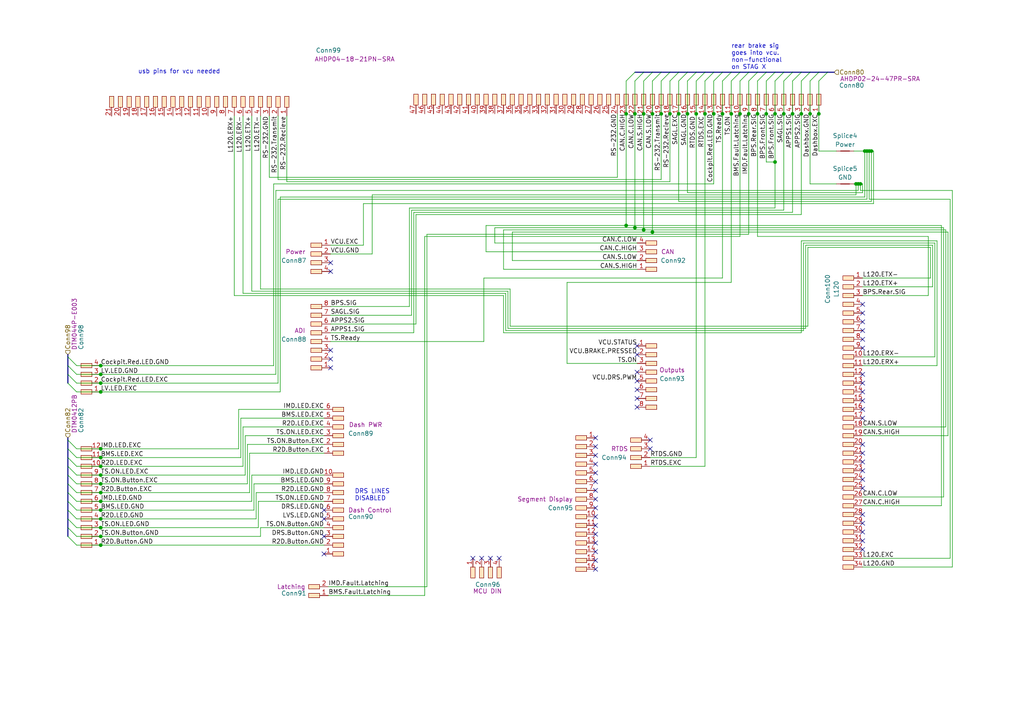
<source format=kicad_sch>
(kicad_sch (version 20230121) (generator eeschema)
  (paper "A4")
  (title_block (title "Dashboard & Dashbox") (date "2024-02-11") (rev "1.1.0") (company "SUFST") (comment 1 "Stag X") (comment 2 "Marek Frodyma"))
  (lib_symbols
    (symbol "Connectors_SUFST:AMPHENOL-21P-Pannel"
      (property "Reference" "Conn" (at 0 -1.905 0))
      (property "P/N" "AHDP04-18-21PN-SRA" (at 0 0 0))
      (symbol "AMPHENOL-21P-Pannel_1_1"
        (pin input line (at 1.905 -4.445 180) (length 2.54) (name "") (number "1"))
        (pin input line (at 1.905 -27.305 180) (length 2.54) (name "") (number "10"))
        (pin input line (at 1.905 -29.845 180) (length 2.54) (name "") (number "11"))
        (pin input line (at 1.905 -32.385 180) (length 2.54) (name "") (number "12"))
        (pin input line (at 1.905 -34.925 180) (length 2.54) (name "") (number "13"))
        (pin input line (at 1.905 -37.465 180) (length 2.54) (name "") (number "14"))
        (pin input line (at 1.905 -40.005 180) (length 2.54) (name "") (number "15"))
        (pin input line (at 1.905 -42.545 180) (length 2.54) (name "") (number "16"))
        (pin input line (at 1.905 -45.085 180) (length 2.54) (name "") (number "17"))
        (pin input line (at 1.905 -47.625 180) (length 2.54) (name "") (number "18"))
        (pin input line (at 1.905 -50.165 180) (length 2.54) (name "") (number "19"))
        (pin input line (at 1.905 -6.985 180) (length 2.54) (name "") (number "2"))
        (pin input line (at 1.905 -52.705 180) (length 2.54) (name "") (number "20"))
        (pin input line (at 1.905 -55.245 180) (length 2.54) (name "") (number "21"))
        (pin input line (at 1.905 -9.525 180) (length 2.54) (name "") (number "3"))
        (pin input line (at 1.905 -12.065 180) (length 2.54) (name "") (number "4"))
        (pin input line (at 1.905 -14.605 180) (length 2.54) (name "") (number "5"))
        (pin input line (at 1.905 -17.145 180) (length 2.54) (name "") (number "6"))
        (pin input line (at 1.905 -19.685 180) (length 2.54) (name "") (number "7"))
        (pin input line (at 1.905 -22.225 180) (length 2.54) (name "") (number "8"))
        (pin input line (at 1.905 -24.765 180) (length 2.54) (name "") (number "9"))
      )
    )
    (symbol "Connectors_SUFST:AMPHENOL-47P-Pannel"
      (property "Reference" "Conn" (at 0 -1.905 0))
      (property "P/N" "AHDP02-24-47PR-SRA" (at 0 0 0))
      (symbol "AMPHENOL-47P-Pannel_1_1"
        (pin input line (at 1.905 -4.445 180) (length 2.54) (name "") (number "1"))
        (pin input line (at 1.905 -27.305 180) (length 2.54) (name "") (number "10"))
        (pin input line (at 1.905 -29.845 180) (length 2.54) (name "") (number "11"))
        (pin input line (at 1.905 -32.385 180) (length 2.54) (name "") (number "12"))
        (pin input line (at 1.905 -34.925 180) (length 2.54) (name "") (number "13"))
        (pin input line (at 1.905 -37.465 180) (length 2.54) (name "") (number "14"))
        (pin input line (at 1.905 -40.005 180) (length 2.54) (name "") (number "15"))
        (pin input line (at 1.905 -42.545 180) (length 2.54) (name "") (number "16"))
        (pin input line (at 1.905 -45.085 180) (length 2.54) (name "") (number "17"))
        (pin input line (at 1.905 -47.625 180) (length 2.54) (name "") (number "18"))
        (pin input line (at 1.905 -50.165 180) (length 2.54) (name "") (number "19"))
        (pin input line (at 1.905 -6.985 180) (length 2.54) (name "") (number "2"))
        (pin input line (at 1.905 -52.705 180) (length 2.54) (name "") (number "20"))
        (pin input line (at 1.905 -55.245 180) (length 2.54) (name "") (number "21"))
        (pin input line (at 1.905 -57.785 180) (length 2.54) (name "") (number "22"))
        (pin input line (at 1.905 -60.325 180) (length 2.54) (name "") (number "23"))
        (pin input line (at 1.905 -62.865 180) (length 2.54) (name "") (number "24"))
        (pin input line (at 1.905 -65.405 180) (length 2.54) (name "") (number "25"))
        (pin input line (at 1.905 -67.945 180) (length 2.54) (name "") (number "26"))
        (pin input line (at 1.905 -70.485 180) (length 2.54) (name "") (number "27"))
        (pin input line (at 1.905 -73.025 180) (length 2.54) (name "") (number "28"))
        (pin input line (at 1.905 -75.565 180) (length 2.54) (name "") (number "29"))
        (pin input line (at 1.905 -9.525 180) (length 2.54) (name "") (number "3"))
        (pin input line (at 1.905 -78.105 180) (length 2.54) (name "") (number "30"))
        (pin input line (at 1.905 -80.645 180) (length 2.54) (name "") (number "31"))
        (pin input line (at 1.905 -83.185 180) (length 2.54) (name "") (number "32"))
        (pin input line (at 1.905 -85.725 180) (length 2.54) (name "") (number "33"))
        (pin input line (at 1.905 -88.265 180) (length 2.54) (name "") (number "34"))
        (pin input line (at 1.905 -90.805 180) (length 2.54) (name "") (number "35"))
        (pin input line (at 1.905 -93.345 180) (length 2.54) (name "") (number "36"))
        (pin input line (at 1.905 -95.885 180) (length 2.54) (name "") (number "37"))
        (pin input line (at 1.905 -98.425 180) (length 2.54) (name "") (number "38"))
        (pin input line (at 1.905 -100.965 180) (length 2.54) (name "") (number "39"))
        (pin input line (at 1.905 -12.065 180) (length 2.54) (name "") (number "4"))
        (pin input line (at 1.905 -103.505 180) (length 2.54) (name "") (number "40"))
        (pin input line (at 1.905 -106.045 180) (length 2.54) (name "") (number "41"))
        (pin input line (at 1.905 -108.585 180) (length 2.54) (name "") (number "42"))
        (pin input line (at 1.905 -111.125 180) (length 2.54) (name "") (number "43"))
        (pin input line (at 1.905 -113.665 180) (length 2.54) (name "") (number "44"))
        (pin input line (at 1.905 -116.205 180) (length 2.54) (name "") (number "45"))
        (pin input line (at 1.905 -118.745 180) (length 2.54) (name "") (number "46"))
        (pin input line (at 1.905 -121.285 180) (length 2.54) (name "") (number "47"))
        (pin input line (at 1.905 -14.605 180) (length 2.54) (name "") (number "5"))
        (pin input line (at 1.905 -17.145 180) (length 2.54) (name "") (number "6"))
        (pin input line (at 1.905 -19.685 180) (length 2.54) (name "") (number "7"))
        (pin input line (at 1.905 -22.225 180) (length 2.54) (name "") (number "8"))
        (pin input line (at 1.905 -24.765 180) (length 2.54) (name "") (number "9"))
      )
    )
    (symbol "Connectors_SUFST:Deutsch_DTM_12P_Pin"
      (property "Reference" "Conn" (at 0 -1.905 0))
      (property "P/N" "DTM0412PB" (at 0 0 0))
      (symbol "Deutsch_DTM_12P_Pin_1_1"
        (pin input line (at 1.905 -32.385 180) (length 2.54) (name "") (number "1"))
        (pin input line (at 1.905 -9.525 180) (length 2.54) (name "") (number "10"))
        (pin input line (at 1.905 -6.985 180) (length 2.54) (name "") (number "11"))
        (pin input line (at 1.905 -4.445 180) (length 2.54) (name "") (number "12"))
        (pin input line (at 1.905 -29.845 180) (length 2.54) (name "") (number "2"))
        (pin input line (at 1.905 -27.305 180) (length 2.54) (name "") (number "3"))
        (pin input line (at 1.905 -24.765 180) (length 2.54) (name "") (number "4"))
        (pin input line (at 1.905 -22.225 180) (length 2.54) (name "") (number "5"))
        (pin input line (at 1.905 -19.685 180) (length 2.54) (name "") (number "6"))
        (pin input line (at 1.905 -17.145 180) (length 2.54) (name "") (number "7"))
        (pin input line (at 1.905 -14.605 180) (length 2.54) (name "") (number "8"))
        (pin input line (at 1.905 -12.065 180) (length 2.54) (name "") (number "9"))
      )
    )
    (symbol "Connectors_SUFST:Deutsch_DTM_4P_Pin"
      (property "Reference" "Conn" (at 0 -1.905 0))
      (property "P/N" "DTM044P-E003" (at 0 0 0))
      (symbol "Deutsch_DTM_4P_Pin_1_1"
        (pin input line (at 1.905 -12.065 180) (length 2.54) (name "") (number "1"))
        (pin input line (at 1.905 -9.525 180) (length 2.54) (name "") (number "2"))
        (pin input line (at 1.905 -6.985 180) (length 2.54) (name "") (number "3"))
        (pin input line (at 1.905 -4.445 180) (length 2.54) (name "") (number "4"))
      )
    )
    (symbol "Connectors_SUFST:L120"
      (property "Reference" "Conn" (at 0 -1.905 0))
      (property "Value" "L120" (at 0 0 0))
      (symbol "L120_1_1"
        (pin input line (at 1.905 -4.445 180) (length 2.54) (name "") (number "1"))
        (pin input line (at 1.905 -27.305 180) (length 2.54) (name "") (number "10"))
        (pin input line (at 1.905 -29.845 180) (length 2.54) (name "") (number "11"))
        (pin input line (at 1.905 -32.385 180) (length 2.54) (name "") (number "12"))
        (pin input line (at 1.905 -34.925 180) (length 2.54) (name "") (number "13"))
        (pin input line (at 1.905 -37.465 180) (length 2.54) (name "") (number "14"))
        (pin input line (at 1.905 -40.005 180) (length 2.54) (name "") (number "15"))
        (pin input line (at 1.905 -42.545 180) (length 2.54) (name "") (number "16"))
        (pin input line (at 1.905 -45.085 180) (length 2.54) (name "") (number "17"))
        (pin input line (at 1.905 -47.625 180) (length 2.54) (name "") (number "18"))
        (pin input line (at 1.905 -50.165 180) (length 2.54) (name "") (number "19"))
        (pin input line (at 1.905 -6.985 180) (length 2.54) (name "") (number "2"))
        (pin input line (at 1.905 -52.705 180) (length 2.54) (name "") (number "20"))
        (pin input line (at 1.905 -55.245 180) (length 2.54) (name "") (number "21"))
        (pin input line (at 1.905 -57.785 180) (length 2.54) (name "") (number "22"))
        (pin input line (at 1.905 -60.325 180) (length 2.54) (name "") (number "23"))
        (pin input line (at 1.905 -62.865 180) (length 2.54) (name "") (number "24"))
        (pin input line (at 1.905 -65.405 180) (length 2.54) (name "") (number "25"))
        (pin input line (at 1.905 -67.945 180) (length 2.54) (name "") (number "26"))
        (pin input line (at 1.905 -70.485 180) (length 2.54) (name "") (number "27"))
        (pin input line (at 1.905 -73.025 180) (length 2.54) (name "") (number "28"))
        (pin input line (at 1.905 -75.565 180) (length 2.54) (name "") (number "29"))
        (pin input line (at 1.905 -9.525 180) (length 2.54) (name "") (number "3"))
        (pin input line (at 1.905 -78.105 180) (length 2.54) (name "") (number "30"))
        (pin input line (at 1.905 -80.645 180) (length 2.54) (name "") (number "31"))
        (pin input line (at 1.905 -83.185 180) (length 2.54) (name "") (number "32"))
        (pin input line (at 1.905 -85.725 180) (length 2.54) (name "") (number "33"))
        (pin input line (at 1.905 -88.265 180) (length 2.54) (name "") (number "34"))
        (pin input line (at 1.905 -12.065 180) (length 2.54) (name "") (number "4"))
        (pin input line (at 1.905 -14.605 180) (length 2.54) (name "") (number "5"))
        (pin input line (at 1.905 -17.145 180) (length 2.54) (name "") (number "6"))
        (pin input line (at 1.905 -19.685 180) (length 2.54) (name "") (number "7"))
        (pin input line (at 1.905 -22.225 180) (length 2.54) (name "") (number "8"))
        (pin input line (at 1.905 -24.765 180) (length 2.54) (name "") (number "9"))
      )
    )
    (symbol "Connectors_SUFST:Molex_2x1P_Horizontal_THT"
      (property "Reference" "Conn" (at 0 -1.905 0))
      (symbol "Molex_2x1P_Horizontal_THT_1_1"
        (pin input line (at 1.905 -4.445 180) (length 2.54) (name "") (number "1"))
        (pin input line (at 1.905 -6.985 180) (length 2.54) (name "") (number "2"))
      )
    )
    (symbol "Connectors_SUFST:Molex_2x2P_Horizontal"
      (property "Reference" "Conn" (at 0 -1.905 0))
      (symbol "Molex_2x2P_Horizontal_1_1"
        (pin input line (at 1.905 -12.065 180) (length 2.54) (name "") (number "1"))
        (pin input line (at 1.905 -9.525 180) (length 2.54) (name "") (number "2"))
        (pin input line (at 1.905 -6.985 180) (length 2.54) (name "") (number "3"))
        (pin input line (at 1.905 -4.445 180) (length 2.54) (name "") (number "4"))
      )
    )
    (symbol "Connectors_SUFST:Molex_3x2P_Horizontal"
      (property "Reference" "Conn" (at 0 -1.905 0))
      (symbol "Molex_3x2P_Horizontal_1_1"
        (pin input line (at 1.905 -4.445 180) (length 2.54) (name "") (number "1"))
        (pin input line (at 1.905 -6.985 180) (length 2.54) (name "") (number "2"))
        (pin input line (at 1.905 -9.525 180) (length 2.54) (name "") (number "3"))
        (pin input line (at 1.905 -12.065 180) (length 2.54) (name "") (number "4"))
        (pin input line (at 1.905 -14.605 180) (length 2.54) (name "") (number "5"))
        (pin input line (at 1.905 -17.145 180) (length 2.54) (name "") (number "6"))
      )
    )
    (symbol "Connectors_SUFST:Molex_4x1P_Horizontal"
      (property "Reference" "Conn" (at 0 -1.905 0))
      (symbol "Molex_4x1P_Horizontal_1_1"
        (pin input line (at 1.905 -4.445 180) (length 2.54) (name "") (number "1"))
        (pin input line (at 1.905 -6.985 180) (length 2.54) (name "") (number "2"))
        (pin input line (at 1.905 -9.525 180) (length 2.54) (name "") (number "3"))
        (pin input line (at 1.905 -12.065 180) (length 2.54) (name "") (number "4"))
      )
    )
    (symbol "Connectors_SUFST:Molex_4x2P_Horizontal"
      (property "Reference" "Conn" (at 0 -1.905 0))
      (symbol "Molex_4x2P_Horizontal_1_1"
        (pin input line (at 1.905 -4.445 180) (length 2.54) (name "") (number "1"))
        (pin input line (at 1.905 -6.985 180) (length 2.54) (name "") (number "2"))
        (pin input line (at 1.905 -9.525 180) (length 2.54) (name "") (number "3"))
        (pin input line (at 1.905 -12.065 180) (length 2.54) (name "") (number "4"))
        (pin input line (at 1.905 -14.605 180) (length 2.54) (name "") (number "5"))
        (pin input line (at 1.905 -17.145 180) (length 2.54) (name "") (number "6"))
        (pin input line (at 1.905 -19.685 180) (length 2.54) (name "") (number "7"))
        (pin input line (at 1.905 -22.225 180) (length 2.54) (name "") (number "8"))
      )
    )
    (symbol "Connectors_SUFST:Molex_5x2P_Horizontal"
      (property "Reference" "Conn" (at 0 -1.905 0))
      (symbol "Molex_5x2P_Horizontal_1_1"
        (pin input line (at 1.905 -4.445 180) (length 2.54) (name "") (number "1"))
        (pin input line (at 1.905 -27.305 180) (length 2.54) (name "") (number "10"))
        (pin input line (at 1.905 -6.985 180) (length 2.54) (name "") (number "2"))
        (pin input line (at 1.905 -9.525 180) (length 2.54) (name "") (number "3"))
        (pin input line (at 1.905 -12.065 180) (length 2.54) (name "") (number "4"))
        (pin input line (at 1.905 -14.605 180) (length 2.54) (name "") (number "5"))
        (pin input line (at 1.905 -17.145 180) (length 2.54) (name "") (number "6"))
        (pin input line (at 1.905 -19.685 180) (length 2.54) (name "") (number "7"))
        (pin input line (at 1.905 -22.225 180) (length 2.54) (name "") (number "8"))
        (pin input line (at 1.905 -24.765 180) (length 2.54) (name "") (number "9"))
      )
    )
    (symbol "Connectors_SUFST:Molex_8x2P_Horizontal"
      (property "Reference" "Conn" (at 0 -1.905 0))
      (symbol "Molex_8x2P_Horizontal_1_1"
        (pin input line (at 1.905 -4.445 180) (length 2.54) (name "") (number "1"))
        (pin input line (at 1.905 -27.305 180) (length 2.54) (name "") (number "10"))
        (pin input line (at 1.905 -29.845 180) (length 2.54) (name "") (number "11"))
        (pin input line (at 1.905 -32.385 180) (length 2.54) (name "") (number "12"))
        (pin input line (at 1.905 -34.925 180) (length 2.54) (name "") (number "13"))
        (pin input line (at 1.905 -37.465 180) (length 2.54) (name "") (number "14"))
        (pin input line (at 1.905 -40.005 180) (length 2.54) (name "") (number "15"))
        (pin input line (at 1.905 -42.545 180) (length 2.54) (name "") (number "16"))
        (pin input line (at 1.905 -6.985 180) (length 2.54) (name "") (number "2"))
        (pin input line (at 1.905 -9.525 180) (length 2.54) (name "") (number "3"))
        (pin input line (at 1.905 -12.065 180) (length 2.54) (name "") (number "4"))
        (pin input line (at 1.905 -14.605 180) (length 2.54) (name "") (number "5"))
        (pin input line (at 1.905 -17.145 180) (length 2.54) (name "") (number "6"))
        (pin input line (at 1.905 -19.685 180) (length 2.54) (name "") (number "7"))
        (pin input line (at 1.905 -22.225 180) (length 2.54) (name "") (number "8"))
        (pin input line (at 1.905 -24.765 180) (length 2.54) (name "") (number "9"))
      )
    )
    (symbol "Device:NetTie_2" (pin_numbers hide) (pin_names (offset 0) hide) (in_bom no)
      (property "Reference" "NT" (at 0 1.27 0))
      (property "Value" "NetTie_2" (at 0 -1.27 0))
      (symbol "NetTie_2_1_1"
        (pin passive line (at -2.54 0 0) (length 2.54) (name "1") (number "1"))
        (pin passive line (at 2.54 0 180) (length 2.54) (name "2") (number "2"))
      )
    )
  )
  (junction (at 29.21 155.575))
  (junction (at 237.49 33.02))
  (junction (at 189.23 67.31))
  (junction (at 196.85 33.02))
  (junction (at 29.21 145.415))
  (junction (at 252.73 43.815))
  (junction (at 189.23 33.02))
  (junction (at 29.21 111.125))
  (junction (at 252.095 43.815))
  (junction (at 186.69 66.675))
  (junction (at 232.41 33.02))
  (junction (at 29.21 135.255))
  (junction (at 219.71 33.02))
  (junction (at 249.555 53.34))
  (junction (at 250.825 43.815))
  (junction (at 181.61 65.405))
  (junction (at 207.01 33.02))
  (junction (at 29.21 153.035))
  (junction (at 29.21 113.665))
  (junction (at 212.09 33.02))
  (junction (at 209.55 33.02))
  (junction (at 29.21 150.495))
  (junction (at 251.46 43.815))
  (junction (at 29.21 108.585))
  (junction (at 234.95 33.02))
  (junction (at 181.61 33.02))
  (junction (at 29.21 106.045))
  (junction (at 186.69 33.02))
  (junction (at 29.21 132.715))
  (junction (at 248.92 53.34))
  (junction (at 204.47 33.02))
  (junction (at 29.21 142.875))
  (junction (at 214.63 33.02))
  (junction (at 229.87 33.02))
  (junction (at 201.93 33.02))
  (junction (at 184.15 33.02))
  (junction (at 227.33 33.02))
  (junction (at 194.31 33.02))
  (junction (at 29.21 158.115))
  (junction (at 29.21 147.955))
  (junction (at 224.79 46.99))
  (junction (at 191.77 33.02))
  (junction (at 29.21 140.335))
  (junction (at 224.79 33.02))
  (junction (at 29.21 137.795))
  (junction (at 248.285 53.34))
  (junction (at 199.39 33.02))
  (junction (at 29.21 130.175))
  (junction (at 184.15 66.04))
  (junction (at 217.17 33.02))
  (junction (at 222.25 33.02))
  (no_connect (at 172.72 142.24))
  (no_connect (at 250.19 149.225))
  (no_connect (at 250.19 118.745))
  (no_connect (at 95.885 78.74))
  (no_connect (at 137.16 161.925))
  (no_connect (at 172.72 157.48))
  (no_connect (at 172.72 165.1))
  (no_connect (at 250.19 100.965))
  (no_connect (at 172.72 144.78))
  (no_connect (at 184.785 110.49))
  (no_connect (at 172.72 134.62))
  (no_connect (at 250.19 116.205))
  (no_connect (at 184.785 113.03))
  (no_connect (at 250.19 156.845))
  (no_connect (at 250.19 133.985))
  (no_connect (at 172.72 139.7))
  (no_connect (at 184.785 102.87))
  (no_connect (at 250.19 136.525))
  (no_connect (at 172.72 152.4))
  (no_connect (at 250.19 90.805))
  (no_connect (at 172.72 162.56))
  (no_connect (at 93.98 147.955))
  (no_connect (at 95.885 106.68))
  (no_connect (at 250.19 159.385))
  (no_connect (at 93.98 155.575))
  (no_connect (at 142.24 161.925))
  (no_connect (at 172.72 147.32))
  (no_connect (at 184.785 100.33))
  (no_connect (at 172.72 137.16))
  (no_connect (at 250.19 121.285))
  (no_connect (at 250.19 128.905))
  (no_connect (at 250.19 154.305))
  (no_connect (at 172.72 160.02))
  (no_connect (at 139.7 161.925))
  (no_connect (at 184.785 118.11))
  (no_connect (at 250.19 151.765))
  (no_connect (at 172.72 154.94))
  (no_connect (at 184.785 115.57))
  (no_connect (at 250.19 108.585))
  (no_connect (at 95.885 104.14))
  (no_connect (at 250.19 131.445))
  (no_connect (at 184.785 107.95))
  (no_connect (at 250.19 141.605))
  (no_connect (at 250.19 139.065))
  (no_connect (at 250.19 88.265))
  (no_connect (at 172.72 132.08))
  (no_connect (at 95.885 101.6))
  (no_connect (at 250.19 95.885))
  (no_connect (at 172.72 149.86))
  (no_connect (at 250.19 111.125))
  (no_connect (at 188.595 130.175))
  (no_connect (at 93.98 150.495))
  (no_connect (at 172.72 127))
  (no_connect (at 250.19 113.665))
  (no_connect (at 95.885 76.2))
  (no_connect (at 250.19 93.345))
  (no_connect (at 144.78 161.925))
  (no_connect (at 188.595 127.635))
  (no_connect (at 93.98 160.655))
  (no_connect (at 172.72 129.54))
  (no_connect (at 250.19 98.425))
  (bus_entry (at 237.49 23.495) (size 2.54 -2.54))
  (bus_entry (at 212.09 23.495) (size 2.54 -2.54))
  (bus_entry (at 22.225 142.875) (size -2.54 -2.54))
  (bus_entry (at 184.15 23.495) (size 2.54 -2.54))
  (bus_entry (at 214.63 23.495) (size 2.54 -2.54))
  (bus_entry (at 22.225 132.715) (size -2.54 -2.54))
  (bus_entry (at 207.01 23.495) (size 2.54 -2.54))
  (bus_entry (at 224.79 23.495) (size 2.54 -2.54))
  (bus_entry (at 22.225 145.415) (size -2.54 -2.54))
  (bus_entry (at 22.225 155.575) (size -2.54 -2.54))
  (bus_entry (at 189.23 23.495) (size 2.54 -2.54))
  (bus_entry (at 234.95 23.495) (size 2.54 -2.54))
  (bus_entry (at 232.41 23.495) (size 2.54 -2.54))
  (bus_entry (at 217.17 23.495) (size 2.54 -2.54))
  (bus_entry (at 219.71 23.495) (size 2.54 -2.54))
  (bus_entry (at 22.225 111.125) (size -2.54 -2.54))
  (bus_entry (at 22.225 137.795) (size -2.54 -2.54))
  (bus_entry (at 22.225 147.955) (size -2.54 -2.54))
  (bus_entry (at 22.225 158.115) (size -2.54 -2.54))
  (bus_entry (at 229.87 23.495) (size 2.54 -2.54))
  (bus_entry (at 186.69 23.495) (size 2.54 -2.54))
  (bus_entry (at 204.47 23.495) (size 2.54 -2.54))
  (bus_entry (at 199.39 23.495) (size 2.54 -2.54))
  (bus_entry (at 191.77 23.495) (size 2.54 -2.54))
  (bus_entry (at 22.225 150.495) (size -2.54 -2.54))
  (bus_entry (at 181.61 23.495) (size 2.54 -2.54))
  (bus_entry (at 196.85 23.495) (size 2.54 -2.54))
  (bus_entry (at 209.55 23.495) (size 2.54 -2.54))
  (bus_entry (at 194.31 23.495) (size 2.54 -2.54))
  (bus_entry (at 22.225 140.335) (size -2.54 -2.54))
  (bus_entry (at 201.93 23.495) (size 2.54 -2.54))
  (bus_entry (at 227.33 23.495) (size 2.54 -2.54))
  (bus_entry (at 22.225 153.035) (size -2.54 -2.54))
  (bus_entry (at 222.25 23.495) (size 2.54 -2.54))
  (bus_entry (at 22.225 130.175) (size -2.54 -2.54))
  (bus_entry (at 22.225 135.255) (size -2.54 -2.54))
  (bus_entry (at 22.225 113.665) (size -2.54 -2.54))
  (bus_entry (at 22.225 106.045) (size -2.54 -2.54))
  (bus_entry (at 22.225 108.585) (size -2.54 -2.54))
  (wire (pts (xy 271.145 103.505) (xy 271.145 70.485)))
  (wire (pts (xy 196.85 33.02) (xy 196.85 58.42)))
  (wire (pts (xy 73.66 140.335) (xy 73.66 147.955)))
  (bus (pts (xy 19.685 140.335) (xy 19.685 142.875)))
  (bus (pts (xy 191.77 20.955) (xy 194.31 20.955)))
  (wire (pts (xy 146.685 95.885) (xy 146.685 85.09)))
  (wire (pts (xy 252.095 43.815) (xy 252.73 43.815)))
  (wire (pts (xy 22.225 158.115) (xy 29.21 158.115)))
  (wire (pts (xy 271.78 106.045) (xy 271.78 69.85)))
  (wire (pts (xy 181.61 23.495) (xy 181.61 33.02)))
  (wire (pts (xy 29.21 158.115) (xy 93.98 158.115)))
  (wire (pts (xy 146.05 85.725) (xy 67.945 85.725)))
  (wire (pts (xy 269.24 68.58) (xy 269.24 85.725)))
  (wire (pts (xy 123.19 172.72) (xy 123.19 68.58)))
  (wire (pts (xy 270.51 71.12) (xy 233.68 71.12)))
  (wire (pts (xy 250.19 83.185) (xy 270.51 83.185)))
  (wire (pts (xy 181.61 65.405) (xy 140.97 65.405)))
  (wire (pts (xy 79.375 106.045) (xy 29.21 106.045)))
  (bus (pts (xy 189.23 20.955) (xy 191.77 20.955)))
  (bus (pts (xy 237.49 20.955) (xy 240.03 20.955)))
  (wire (pts (xy 71.12 137.795) (xy 29.21 137.795)))
  (wire (pts (xy 250.19 161.925) (xy 275.59 161.925)))
  (wire (pts (xy 120.65 62.23) (xy 232.41 62.23)))
  (wire (pts (xy 248.285 53.34) (xy 247.65 53.34)))
  (wire (pts (xy 274.32 66.675) (xy 186.69 66.675)))
  (bus (pts (xy 219.71 20.955) (xy 222.25 20.955)))
  (wire (pts (xy 249.555 53.34) (xy 248.92 53.34)))
  (wire (pts (xy 140.97 73.025) (xy 184.785 73.025)))
  (wire (pts (xy 219.71 68.58) (xy 269.24 68.58)))
  (wire (pts (xy 120.015 96.52) (xy 95.885 96.52)))
  (wire (pts (xy 69.85 121.285) (xy 69.85 132.715)))
  (wire (pts (xy 250.19 80.645) (xy 269.875 80.645)))
  (wire (pts (xy 189.23 33.02) (xy 189.23 67.31)))
  (wire (pts (xy 70.485 85.09) (xy 70.485 33.655)))
  (wire (pts (xy 119.38 91.44) (xy 119.38 60.96)))
  (bus (pts (xy 19.685 127.635) (xy 19.685 130.175)))
  (wire (pts (xy 69.215 130.175) (xy 69.215 118.745)))
  (wire (pts (xy 143.51 66.04) (xy 184.15 66.04)))
  (wire (pts (xy 71.12 126.365) (xy 71.12 137.795)))
  (wire (pts (xy 93.98 126.365) (xy 71.12 126.365)))
  (wire (pts (xy 186.69 23.495) (xy 186.69 33.02)))
  (wire (pts (xy 80.645 57.785) (xy 80.645 111.125)))
  (wire (pts (xy 93.98 121.285) (xy 69.85 121.285)))
  (wire (pts (xy 234.315 71.755) (xy 234.315 94.615)))
  (wire (pts (xy 232.41 23.495) (xy 232.41 33.02)))
  (bus (pts (xy 224.79 20.955) (xy 227.33 20.955)))
  (wire (pts (xy 143.51 70.485) (xy 184.785 70.485)))
  (wire (pts (xy 118.745 88.9) (xy 95.885 88.9)))
  (wire (pts (xy 148.59 67.31) (xy 148.59 75.565)))
  (wire (pts (xy 270.51 83.185) (xy 270.51 71.12)))
  (wire (pts (xy 229.87 61.595) (xy 120.015 61.595)))
  (wire (pts (xy 22.225 132.715) (xy 29.21 132.715)))
  (wire (pts (xy 224.79 46.99) (xy 222.25 46.99)))
  (wire (pts (xy 93.98 131.445) (xy 72.39 131.445)))
  (wire (pts (xy 107.95 56.515) (xy 107.95 73.66)))
  (wire (pts (xy 219.71 33.02) (xy 219.71 68.58)))
  (bus (pts (xy 19.685 145.415) (xy 19.685 147.955)))
  (wire (pts (xy 74.295 150.495) (xy 29.21 150.495)))
  (wire (pts (xy 184.15 23.495) (xy 184.15 33.02)))
  (wire (pts (xy 234.315 94.615) (xy 147.955 94.615)))
  (wire (pts (xy 227.33 60.96) (xy 227.33 33.02)))
  (wire (pts (xy 227.33 23.495) (xy 227.33 33.02)))
  (wire (pts (xy 248.285 56.515) (xy 107.95 56.515)))
  (bus (pts (xy 19.685 127) (xy 19.685 127.635)))
  (wire (pts (xy 70.485 123.825) (xy 93.98 123.825)))
  (wire (pts (xy 191.77 33.02) (xy 191.77 52.07)))
  (wire (pts (xy 204.47 23.495) (xy 204.47 33.02)))
  (wire (pts (xy 73.025 145.415) (xy 29.21 145.415)))
  (wire (pts (xy 274.32 123.825) (xy 274.32 66.675)))
  (wire (pts (xy 147.955 83.82) (xy 75.565 83.82)))
  (wire (pts (xy 250.19 53.34) (xy 249.555 53.34)))
  (wire (pts (xy 140.335 80.645) (xy 140.335 99.06)))
  (wire (pts (xy 22.225 140.335) (xy 29.21 140.335)))
  (wire (pts (xy 229.87 33.02) (xy 229.87 61.595)))
  (wire (pts (xy 237.49 33.02) (xy 237.49 43.815)))
  (bus (pts (xy 214.63 20.955) (xy 217.17 20.955)))
  (wire (pts (xy 201.93 132.715) (xy 188.595 132.715)))
  (bus (pts (xy 184.15 20.955) (xy 186.69 20.955)))
  (wire (pts (xy 224.79 33.02) (xy 224.79 46.99)))
  (wire (pts (xy 204.47 33.02) (xy 204.47 135.255)))
  (wire (pts (xy 179.07 51.435) (xy 78.105 51.435)))
  (wire (pts (xy 237.49 43.815) (xy 242.57 43.815)))
  (wire (pts (xy 147.32 84.455) (xy 73.025 84.455)))
  (wire (pts (xy 233.68 71.12) (xy 233.68 95.25)))
  (wire (pts (xy 271.78 69.85) (xy 232.41 69.85)))
  (wire (pts (xy 199.39 55.88) (xy 250.19 55.88)))
  (wire (pts (xy 209.55 23.495) (xy 209.55 33.02)))
  (wire (pts (xy 196.85 58.42) (xy 252.73 58.42)))
  (wire (pts (xy 234.95 23.495) (xy 234.95 33.02)))
  (wire (pts (xy 232.41 62.23) (xy 232.41 33.02)))
  (wire (pts (xy 250.825 43.815) (xy 251.46 43.815)))
  (wire (pts (xy 222.25 23.495) (xy 222.25 33.02)))
  (wire (pts (xy 93.98 137.795) (xy 73.025 137.795)))
  (bus (pts (xy 217.17 20.955) (xy 219.71 20.955)))
  (wire (pts (xy 123.825 170.18) (xy 95.25 170.18)))
  (wire (pts (xy 248.92 53.34) (xy 248.285 53.34)))
  (bus (pts (xy 234.95 20.955) (xy 237.49 20.955)))
  (wire (pts (xy 252.095 57.785) (xy 252.095 43.815)))
  (bus (pts (xy 199.39 20.955) (xy 201.93 20.955)))
  (wire (pts (xy 217.17 67.945) (xy 123.825 67.945)))
  (bus (pts (xy 212.09 20.955) (xy 214.63 20.955)))
  (bus (pts (xy 19.685 132.715) (xy 19.685 135.255)))
  (wire (pts (xy 179.07 33.02) (xy 179.07 51.435)))
  (wire (pts (xy 22.225 106.045) (xy 29.21 106.045)))
  (wire (pts (xy 196.85 23.495) (xy 196.85 33.02)))
  (wire (pts (xy 250.19 146.685) (xy 273.05 146.685)))
  (wire (pts (xy 274.955 67.31) (xy 274.955 126.365)))
  (bus (pts (xy 19.685 106.045) (xy 19.685 108.585)))
  (wire (pts (xy 119.38 60.96) (xy 227.33 60.96)))
  (wire (pts (xy 214.63 68.58) (xy 214.63 33.02)))
  (bus (pts (xy 232.41 20.955) (xy 234.95 20.955)))
  (wire (pts (xy 250.19 164.465) (xy 276.225 164.465)))
  (bus (pts (xy 19.685 150.495) (xy 19.685 153.035)))
  (wire (pts (xy 269.875 80.645) (xy 269.875 71.755)))
  (wire (pts (xy 75.565 83.82) (xy 75.565 33.655)))
  (wire (pts (xy 234.95 53.34) (xy 242.57 53.34)))
  (wire (pts (xy 253.365 59.055) (xy 105.41 59.055)))
  (wire (pts (xy 74.93 145.415) (xy 74.93 153.035)))
  (bus (pts (xy 19.685 142.875) (xy 19.685 145.415)))
  (wire (pts (xy 209.55 80.645) (xy 140.335 80.645)))
  (wire (pts (xy 123.825 67.945) (xy 123.825 170.18)))
  (wire (pts (xy 22.225 153.035) (xy 29.21 153.035)))
  (wire (pts (xy 22.225 130.175) (xy 29.21 130.175)))
  (wire (pts (xy 275.59 57.785) (xy 252.095 57.785)))
  (wire (pts (xy 229.87 23.495) (xy 229.87 33.02)))
  (wire (pts (xy 22.225 145.415) (xy 29.21 145.415)))
  (wire (pts (xy 22.225 155.575) (xy 29.21 155.575)))
  (bus (pts (xy 19.685 102.87) (xy 19.685 103.505)))
  (wire (pts (xy 207.01 23.495) (xy 207.01 33.02)))
  (wire (pts (xy 81.28 57.15) (xy 250.825 57.15)))
  (wire (pts (xy 69.85 132.715) (xy 29.21 132.715)))
  (wire (pts (xy 184.15 33.02) (xy 184.15 66.04)))
  (wire (pts (xy 207.01 53.34) (xy 207.01 33.02)))
  (wire (pts (xy 251.46 43.815) (xy 251.46 57.785)))
  (wire (pts (xy 72.39 131.445) (xy 72.39 142.875)))
  (wire (pts (xy 201.93 23.495) (xy 201.93 33.02)))
  (wire (pts (xy 251.46 43.815) (xy 252.095 43.815)))
  (wire (pts (xy 22.225 135.255) (xy 29.21 135.255)))
  (wire (pts (xy 217.17 33.02) (xy 217.17 67.945)))
  (bus (pts (xy 240.03 20.955) (xy 241.935 20.955)))
  (wire (pts (xy 78.105 51.435) (xy 78.105 33.655)))
  (bus (pts (xy 194.31 20.955) (xy 196.85 20.955)))
  (wire (pts (xy 201.93 33.02) (xy 201.93 132.715)))
  (wire (pts (xy 271.145 70.485) (xy 233.045 70.485)))
  (bus (pts (xy 19.685 147.955) (xy 19.685 150.495)))
  (wire (pts (xy 248.92 53.34) (xy 248.92 55.245)))
  (wire (pts (xy 252.73 58.42) (xy 252.73 43.815)))
  (wire (pts (xy 83.185 52.705) (xy 83.185 33.655)))
  (wire (pts (xy 194.31 23.495) (xy 194.31 33.02)))
  (wire (pts (xy 140.97 65.405) (xy 140.97 73.025)))
  (wire (pts (xy 71.755 140.335) (xy 71.755 128.905)))
  (wire (pts (xy 186.69 66.675) (xy 146.05 66.675)))
  (wire (pts (xy 80.645 111.125) (xy 29.21 111.125)))
  (wire (pts (xy 250.19 123.825) (xy 274.32 123.825)))
  (wire (pts (xy 273.685 66.04) (xy 273.685 144.145)))
  (wire (pts (xy 74.295 142.875) (xy 74.295 150.495)))
  (bus (pts (xy 19.685 108.585) (xy 19.685 111.125)))
  (wire (pts (xy 147.32 95.25) (xy 147.32 84.455)))
  (wire (pts (xy 95.25 172.72) (xy 123.19 172.72)))
  (wire (pts (xy 234.95 33.02) (xy 234.95 53.34)))
  (wire (pts (xy 233.68 95.25) (xy 147.32 95.25)))
  (wire (pts (xy 189.23 67.31) (xy 148.59 67.31)))
  (wire (pts (xy 249.555 55.245) (xy 249.555 53.34)))
  (wire (pts (xy 80.01 108.585) (xy 29.21 108.585)))
  (bus (pts (xy 227.33 20.955) (xy 229.87 20.955)))
  (wire (pts (xy 248.285 53.34) (xy 248.285 56.515)))
  (wire (pts (xy 250.19 144.145) (xy 273.685 144.145)))
  (wire (pts (xy 199.39 23.495) (xy 199.39 33.02)))
  (wire (pts (xy 123.19 68.58) (xy 214.63 68.58)))
  (wire (pts (xy 269.875 71.755) (xy 234.315 71.755)))
  (wire (pts (xy 219.71 23.495) (xy 219.71 33.02)))
  (bus (pts (xy 196.85 20.955) (xy 199.39 20.955)))
  (wire (pts (xy 248.92 55.245) (xy 80.01 55.245)))
  (wire (pts (xy 105.41 71.12) (xy 95.885 71.12)))
  (wire (pts (xy 269.24 85.725) (xy 250.19 85.725)))
  (wire (pts (xy 222.25 46.99) (xy 222.25 33.02)))
  (wire (pts (xy 73.025 84.455) (xy 73.025 33.655)))
  (bus (pts (xy 229.87 20.955) (xy 232.41 20.955)))
  (wire (pts (xy 164.465 81.915) (xy 164.465 105.41)))
  (wire (pts (xy 209.55 33.02) (xy 209.55 80.645)))
  (wire (pts (xy 75.565 153.035) (xy 75.565 155.575)))
  (wire (pts (xy 237.49 23.495) (xy 237.49 33.02)))
  (wire (pts (xy 232.41 69.85) (xy 232.41 96.52)))
  (wire (pts (xy 191.77 52.07) (xy 80.645 52.07)))
  (wire (pts (xy 81.28 113.665) (xy 29.21 113.665)))
  (bus (pts (xy 19.685 130.175) (xy 19.685 132.715)))
  (wire (pts (xy 250.19 126.365) (xy 274.955 126.365)))
  (wire (pts (xy 69.215 118.745) (xy 93.98 118.745)))
  (wire (pts (xy 143.51 66.04) (xy 143.51 70.485)))
  (wire (pts (xy 74.295 142.875) (xy 93.98 142.875)))
  (bus (pts (xy 19.685 103.505) (xy 19.685 106.045)))
  (wire (pts (xy 22.225 142.875) (xy 29.21 142.875)))
  (wire (pts (xy 73.66 147.955) (xy 29.21 147.955)))
  (wire (pts (xy 147.955 94.615) (xy 147.955 83.82)))
  (wire (pts (xy 217.17 23.495) (xy 217.17 33.02)))
  (wire (pts (xy 146.685 85.09) (xy 70.485 85.09)))
  (wire (pts (xy 146.05 96.52) (xy 146.05 85.725)))
  (bus (pts (xy 201.93 20.955) (xy 204.47 20.955)))
  (wire (pts (xy 73.025 137.795) (xy 73.025 145.415)))
  (wire (pts (xy 233.045 95.885) (xy 146.685 95.885)))
  (wire (pts (xy 93.98 140.335) (xy 73.66 140.335)))
  (wire (pts (xy 194.31 52.705) (xy 83.185 52.705)))
  (wire (pts (xy 249.555 55.245) (xy 276.225 55.245)))
  (wire (pts (xy 212.09 81.915) (xy 164.465 81.915)))
  (wire (pts (xy 105.41 59.055) (xy 105.41 71.12)))
  (wire (pts (xy 71.755 128.905) (xy 93.98 128.905)))
  (wire (pts (xy 181.61 33.02) (xy 181.61 65.405)))
  (wire (pts (xy 212.09 33.02) (xy 212.09 81.915)))
  (wire (pts (xy 75.565 155.575) (xy 29.21 155.575)))
  (wire (pts (xy 186.69 33.02) (xy 186.69 66.675)))
  (wire (pts (xy 140.335 99.06) (xy 95.885 99.06)))
  (wire (pts (xy 214.63 23.495) (xy 214.63 33.02)))
  (wire (pts (xy 120.015 61.595) (xy 120.015 96.52)))
  (wire (pts (xy 250.19 103.505) (xy 271.145 103.505)))
  (bus (pts (xy 19.685 135.255) (xy 19.685 137.795)))
  (bus (pts (xy 204.47 20.955) (xy 207.01 20.955)))
  (wire (pts (xy 67.945 85.725) (xy 67.945 33.655)))
  (wire (pts (xy 80.645 52.07) (xy 80.645 33.655)))
  (wire (pts (xy 79.375 53.34) (xy 79.375 106.045)))
  (wire (pts (xy 72.39 142.875) (xy 29.21 142.875)))
  (wire (pts (xy 224.79 60.325) (xy 118.745 60.325)))
  (wire (pts (xy 164.465 105.41) (xy 184.785 105.41)))
  (wire (pts (xy 224.79 46.99) (xy 224.79 60.325)))
  (wire (pts (xy 95.885 91.44) (xy 119.38 91.44)))
  (wire (pts (xy 212.09 23.495) (xy 212.09 33.02)))
  (bus (pts (xy 207.01 20.955) (xy 209.55 20.955)))
  (bus (pts (xy 186.69 20.955) (xy 189.23 20.955)))
  (wire (pts (xy 250.19 106.045) (xy 271.78 106.045)))
  (wire (pts (xy 184.15 66.04) (xy 273.685 66.04)))
  (wire (pts (xy 22.225 137.795) (xy 29.21 137.795)))
  (wire (pts (xy 252.73 43.815) (xy 253.365 43.815)))
  (wire (pts (xy 81.28 57.15) (xy 81.28 113.665)))
  (wire (pts (xy 253.365 43.815) (xy 253.365 59.055)))
  (wire (pts (xy 146.05 66.675) (xy 146.05 78.105)))
  (wire (pts (xy 29.21 140.335) (xy 71.755 140.335)))
  (wire (pts (xy 199.39 33.02) (xy 199.39 55.88)))
  (wire (pts (xy 120.65 93.98) (xy 120.65 62.23)))
  (wire (pts (xy 224.79 23.495) (xy 224.79 33.02)))
  (wire (pts (xy 250.825 57.15) (xy 250.825 43.815)))
  (wire (pts (xy 22.225 113.665) (xy 29.21 113.665)))
  (wire (pts (xy 247.65 43.815) (xy 250.825 43.815)))
  (wire (pts (xy 22.225 111.125) (xy 29.21 111.125)))
  (wire (pts (xy 74.93 153.035) (xy 29.21 153.035)))
  (wire (pts (xy 232.41 96.52) (xy 146.05 96.52)))
  (wire (pts (xy 29.21 135.255) (xy 70.485 135.255)))
  (wire (pts (xy 233.045 70.485) (xy 233.045 95.885)))
  (wire (pts (xy 118.745 60.325) (xy 118.745 88.9)))
  (wire (pts (xy 189.23 67.31) (xy 274.955 67.31)))
  (wire (pts (xy 29.21 130.175) (xy 69.215 130.175)))
  (wire (pts (xy 22.225 150.495) (xy 29.21 150.495)))
  (wire (pts (xy 275.59 161.925) (xy 275.59 57.785)))
  (wire (pts (xy 22.225 147.955) (xy 29.21 147.955)))
  (bus (pts (xy 222.25 20.955) (xy 224.79 20.955)))
  (wire (pts (xy 251.46 57.785) (xy 80.645 57.785)))
  (wire (pts (xy 22.225 108.585) (xy 29.21 108.585)))
  (wire (pts (xy 188.595 135.255) (xy 204.47 135.255)))
  (bus (pts (xy 19.685 137.795) (xy 19.685 140.335)))
  (wire (pts (xy 74.93 145.415) (xy 93.98 145.415)))
  (bus (pts (xy 19.685 153.035) (xy 19.685 155.575)))
  (wire (pts (xy 273.05 146.685) (xy 273.05 65.405)))
  (wire (pts (xy 146.05 78.105) (xy 184.785 78.105)))
  (bus (pts (xy 209.55 20.955) (xy 212.09 20.955)))
  (wire (pts (xy 79.375 53.34) (xy 207.01 53.34)))
  (wire (pts (xy 276.225 55.245) (xy 276.225 164.465)))
  (wire (pts (xy 70.485 135.255) (xy 70.485 123.825)))
  (wire (pts (xy 189.23 23.495) (xy 189.23 33.02)))
  (wire (pts (xy 191.77 23.495) (xy 191.77 33.02)))
  (wire (pts (xy 75.565 153.035) (xy 93.98 153.035)))
  (wire (pts (xy 273.05 65.405) (xy 181.61 65.405)))
  (wire (pts (xy 148.59 75.565) (xy 184.785 75.565)))
  (wire (pts (xy 95.885 93.98) (xy 120.65 93.98)))
  (wire (pts (xy 80.01 55.245) (xy 80.01 108.585)))
  (wire (pts (xy 250.19 53.34) (xy 250.19 55.88)))
  (wire (pts (xy 107.95 73.66) (xy 95.885 73.66)))
  (wire (pts (xy 194.31 33.02) (xy 194.31 52.705)))
  (text "DRS LINES\nDISABLED" (at 102.87 145.415 0) (effects (font (size 1.27 1.27)) (justify left bottom)))
  (text "sensors that may need to connect to this:\n- wheel speed sensors\n- dampner pots" (at 300.355 80.01 0) (effects (font (size 1.27 1.27)) (justify left bottom)))
  (text "usb pins for vcu needed" (at 40.005 21.59 0) (effects (font (size 1.27 1.27)) (justify left bottom)))
  (text "rear brake sig\ngoes into vcu.\nnon-functional\non STAG X" (at 212.09 20.32 0) (effects (font (size 1.27 1.27)) (justify left bottom)))
  (label "CAN.S.LOW" (at 184.785 75.565 180))
  (label "LV.LED.EXC" (at 29.21 113.665 0))
  (label "TS.ON.LED.GND" (at 93.98 145.415 180))
  (label "R2D.LED.EXC" (at 93.98 123.825 180))
  (label "CAN.C.LOW" (at 184.15 33.02 270))
  (label "R2D.LED.GND" (at 29.21 150.495 0))
  (label "BMS.LED.GND" (at 29.21 147.955 0))
  (label "SAGL.SIG" (at 95.885 91.44 0))
  (label "L120.ERX+" (at 250.19 106.045 0))
  (label "RS-232.Recieve" (at 194.31 33.02 270))
  (label "CAN.C.HIGH" (at 181.61 33.02 270))
  (label "L120.ETX-" (at 75.565 33.655 270))
  (label "BMS.LED.EXC" (at 29.21 132.715 0))
  (label "APPS1.SIG" (at 229.87 33.02 270))
  (label "BPS.Rear.SIG" (at 219.71 33.02 270))
  (label "TS.ON.Button.GND" (at 29.21 155.575 0))
  (label "CAN.C.LOW" (at 184.785 70.485 180))
  (label "APPS2.SIG" (at 232.41 33.02 270))
  (label "Dashbox.EXC" (at 237.49 33.02 270))
  (label "R2D.Button.GND" (at 29.21 158.115 0))
  (label "TS.ON.LED.EXC" (at 29.21 137.795 0))
  (label "L120.ERX-" (at 70.485 33.655 270))
  (label "SAGL.GND" (at 199.39 33.02 270))
  (label "L120.ETX+" (at 250.19 83.185 0))
  (label "APPS2.SIG" (at 95.885 93.98 0))
  (label "Cockpit.Red.LED.GND" (at 207.01 33.02 270))
  (label "R2D.Button.GND" (at 93.98 158.115 180))
  (label "BMS.Fault.Latching" (at 214.63 33.02 270))
  (label "TS.Ready" (at 95.885 99.06 0))
  (label "BPS.Rear.SIG" (at 250.19 85.725 0))
  (label "TS.Ready" (at 209.55 33.02 270))
  (label "RS-232.Recieve" (at 83.185 33.655 270))
  (label "RS-232.Transmit" (at 191.77 33.02 270))
  (label "RS-232.GND" (at 78.105 33.655 270))
  (label "RS-232.Transmit" (at 80.645 33.655 270))
  (label "L120.GND" (at 250.19 164.465 0))
  (label "TS.ON.LED.GND" (at 29.21 153.035 0))
  (label "VCU.GND" (at 95.885 73.66 0))
  (label "CAN.C.HIGH" (at 250.19 146.685 0))
  (label "TS.ON.Button.GND" (at 93.98 153.035 180))
  (label "DRS.LED.GND" (at 93.98 147.955 180))
  (label "SAGL.EXC" (at 196.85 33.02 270))
  (label "CAN.S.HIGH" (at 250.19 126.365 0))
  (label "VCU.STATUS" (at 184.785 100.33 180))
  (label "LVS.LED.GND" (at 93.98 150.495 180))
  (label "APPS1.SIG" (at 95.885 96.52 0))
  (label "CAN.S.HIGH" (at 186.69 33.02 270))
  (label "L120.ETX-" (at 250.19 80.645 0))
  (label "RTDS.EXC" (at 188.595 135.255 0))
  (label "L120.EXC" (at 250.19 161.925 0))
  (label "DRS.Button.GND" (at 93.98 155.575 180))
  (label "RTDS.GND" (at 201.93 33.655 270))
  (label "RS-232.GND" (at 179.07 33.02 270))
  (label "IMD.Fault.Latching" (at 217.17 33.02 270))
  (label "BMS.Fault.Latching" (at 95.25 172.72 0))
  (label "TS.ON.Button.EXC" (at 93.98 128.905 180))
  (label "BPS.SIG" (at 95.885 88.9 0))
  (label "RTDS.GND" (at 188.595 132.715 0))
  (label "BMS.LED.GND" (at 93.98 140.335 180))
  (label "SAGL.SIG" (at 227.33 33.02 270))
  (label "BMS.LED.EXC" (at 93.98 121.285 180))
  (label "TS.ON.Button.EXC" (at 29.21 140.335 0))
  (label "L120.ETX+" (at 73.025 33.655 270))
  (label "CAN.S.LOW" (at 189.23 33.02 270))
  (label "R2D.LED.GND" (at 93.98 142.875 180))
  (label "IMD.LED.GND" (at 93.98 137.795 180))
  (label "L120.ERX+" (at 67.945 33.655 270))
  (label "CAN.C.HIGH" (at 184.785 73.025 180))
  (label "IMD.LED.EXC" (at 93.98 118.745 180))
  (label "TS.ON.LED.EXC" (at 93.98 126.365 180))
  (label "VCU.BRAKE.PRESSED" (at 184.785 102.87 180))
  (label "CAN.S.HIGH" (at 184.843 78.1564 180))
  (label "CAN.S.LOW" (at 250.19 123.825 0))
  (label "Cockpit.Red.LED.GND" (at 29.21 106.045 0))
  (label "R2D.LED.EXC" (at 29.21 135.255 0))
  (label "IMD.Fault.Latching" (at 95.25 170.18 0))
  (label "BPS.Front.SIG" (at 224.79 33.02 270))
  (label "Cockpit.Red.LED.EXC" (at 29.21 111.125 0))
  (label "VCU.EXC" (at 95.885 71.12 0))
  (label "IMD.LED.EXC" (at 29.21 130.175 0))
  (label "RTDS.EXC" (at 204.47 33.655 270))
  (label "TS.ON" (at 184.785 105.41 180))
  (label "L120.ERX-" (at 250.19 103.505 0))
  (label "Dashbox.GND" (at 234.95 33.02 270))
  (label "VCU.DRS.PWM" (at 184.785 110.49 180))
  (label "IMD.LED.GND" (at 29.21 145.415 0))
  (label "CAN.C.LOW" (at 250.19 144.145 0))
  (label "R2D.Button.EXC" (at 93.98 131.445 180))
  (label "TS.ON" (at 212.09 33.655 270))
  (label "BPS.Front.SIG" (at 222.25 33.02 270))
  (label "LV.LED.GND" (at 29.21 108.585 0))
  (label "R2D.Button.EXC" (at 29.21 142.875 0))
  (hierarchical_label "Conn82" (shape input) (at 19.685 127 90))
  (hierarchical_label "Conn80" (shape input) (at 241.935 20.955 0))
  (hierarchical_label "Conn98" (shape input) (at 19.685 102.87 90))
  (symbol (lib_id "Device:NetTie_2") (at 245.11 43.815 0) (unit 1) (in_bom no)
    (property "Reference" "Splice4" (at 245.11 39.37 0))
    (property "Value" "Power" (at 245.11 41.91 0))
  )
  (symbol (lib_id "Connectors_SUFST:Molex_4x1P_Horizontal") (at 132.715 163.83 90) (unit 1)
    (property "Reference" "Conn96" (at 137.795 169.545 90) (effects (justify right)))
    (property "Value" "Molex_4x1P_Horizontal" (effects hide))
    (property "P/N" "43650-0400" (effects hide))
    (property "Name" "MCU DIN" (at 137.16 171.45 90) (effects (justify right)))
  )
  (symbol (lib_id "Connectors_SUFST:AMPHENOL-21P-Pannel") (at 87.63 31.75 270) (unit 1)
    (property "Reference" "Conn99" (at 95.25 14.605 90))
    (property "Value" "AMPHENOL-21P-Pannel" (effects hide))
    (property "P/N" "AHDP04-18-21PN-SRA" (at 102.87 17.145 90))
  )
  (symbol (lib_id "Connectors_SUFST:Molex_4x2P_Horizontal") (at 186.69 95.885 0) (mirror y) (unit 1)
    (property "Reference" "Conn93" (at 194.945 109.855 0))
    (property "Value" "Molex_4x2P_Horizontal" (effects hide))
    (property "P/N" "43650-0800" (effects hide))
    (property "Name" "Outputs" (at 194.945 107.315 0))
  )
  (symbol (lib_id "Connectors_SUFST:Deutsch_DTM_12P_Pin") (at 27.305 125.73 0) (unit 1)
    (property "Reference" "Conn82" (at 23.495 121.92 90))
    (property "Value" "Deutsch_DTM_12P_Pin" (effects hide))
    (property "P/N" "DTM0412PB" (at 21.59 120.015 90))
  )
  (symbol (lib_id "Connectors_SUFST:Molex_3x2P_Horizontal") (at 95.885 135.89 180) (unit 1)
    (property "Reference" "Conn89" (at 100.965 125.73 0) (effects (justify right)))
    (property "Value" "Molex_3x2P_Horizontal" (effects hide))
    (property "P/N" "43650-0600" (effects hide))
    (property "Name" "Dash PWR" (at 106.045 123.19 0))
  )
  (symbol (lib_id "Connectors_SUFST:Molex_5x2P_Horizontal") (at 95.885 165.1 180) (unit 1)
    (property "Reference" "Conn90" (at 100.965 149.86 0) (effects (justify right)))
    (property "Value" "Molex_5x2P_Horizontal" (effects hide))
    (property "P/N" "43650-1000" (effects hide))
    (property "Name" "Dash Control" (at 107.315 147.955 0))
  )
  (symbol (lib_id "Connectors_SUFST:Molex_4x2P_Horizontal") (at 93.98 111.125 0) (mirror x) (unit 1)
    (property "Reference" "Conn88" (at 88.9 98.425 0) (effects (justify right)))
    (property "Value" "Molex_4x2P_Horizontal" (effects hide))
    (property "P/N" "43650-0800" (effects hide))
    (property "Name" "ADI" (at 86.995 95.885 0))
  )
  (symbol (lib_id "Device:NetTie_2") (at 245.11 53.34 0) (unit 1) (in_bom no)
    (property "Reference" "Splice5" (at 245.11 48.895 0))
    (property "Value" "GND" (at 245.11 51.435 0))
  )
  (symbol (lib_id "Connectors_SUFST:Molex_8x2P_Horizontal") (at 170.815 122.555 0) (unit 1)
    (property "Reference" "Conn95" (at 162.56 147.32 0))
    (property "Value" "Molex_8x2P_Horizontal" (effects hide))
    (property "P/N" "43650-1600" (effects hide))
    (property "Name" "Segment Display" (at 158.115 144.78 0))
  )
  (symbol (lib_id "Connectors_SUFST:Molex_2x1P_Horizontal_THT") (at 93.345 177.165 0) (mirror x) (unit 1)
    (property "Reference" "Conn91" (at 88.9 172.085 0) (effects (justify right)))
    (property "Value" "Molex_2x1P_Horizontal_THT" (effects hide))
    (property "P/N" "43650-0200" (effects hide))
    (property "Name" "Latching" (at 84.455 170.18 0))
  )
  (symbol (lib_id "Connectors_SUFST:L120") (at 248.285 76.2 0) (unit 1)
    (property "Reference" "Conn82" (at 240.03 83.82 90))
    (property "Value" "L120" (at 242.57 83.82 90))
    (instances (project "StagX" (path "" (reference "Conn100") (unit 1))))
  )
  (symbol (lib_id "Connectors_SUFST:Molex_2x2P_Horizontal") (at 93.98 83.185 0) (mirror x) (unit 1)
    (property "Reference" "Conn87" (at 88.9 75.565 0) (effects (justify right)))
    (property "Value" "Molex_2x2P_Horizontal" (effects hide))
    (property "P/N" "43045-0400" (effects hide))
    (property "Name" "Power" (at 85.725 73.025 0))
  )
  (symbol (lib_id "Connectors_SUFST:AMPHENOL-47P-Pannel") (at 241.935 31.115 270) (unit 1)
    (property "Reference" "Conn80" (at 247.015 24.765 90))
    (property "Value" "AMPHENOL-47P-Pannel" (effects hide))
    (property "P/N" "AHDP02-24-47PR-SRA" (at 255.27 22.86 90))
  )
  (symbol (lib_id "Connectors_SUFST:Molex_2x2P_Horizontal") (at 186.69 66.04 0) (mirror y) (unit 1)
    (property "Reference" "Conn92" (at 195.2625 75.565 0))
    (property "Value" "Molex_2x2P_Horizontal" (effects hide))
    (property "P/N" "43045-0400" (effects hide))
    (property "Name" "CAN" (at 193.675 73.025 0))
  )
  (symbol (lib_id "Connectors_SUFST:Molex_2x2P_Horizontal") (at 186.69 123.19 0) (unit 1)
    (property "Reference" "Conn94" (at 178.1175 132.715 0))
    (property "Value" "Molex_2x2P_Horizontal" (effects hide))
    (property "P/N" "43045-0400" (effects hide))
    (property "Name" "RTDS" (at 179.705 130.175 0))
  )
  (symbol (lib_id "Connectors_SUFST:Deutsch_DTM_4P_Pin") (at 27.305 101.6 0) (unit 1)
    (property "Reference" "Conn98" (at 23.495 97.79 90))
    (property "Value" "Deutsch_DTM_4P_Pin" (effects hide))
    (property "P/N" "DTM044P-E003" (at 21.59 93.98 90))
  )
)
</source>
